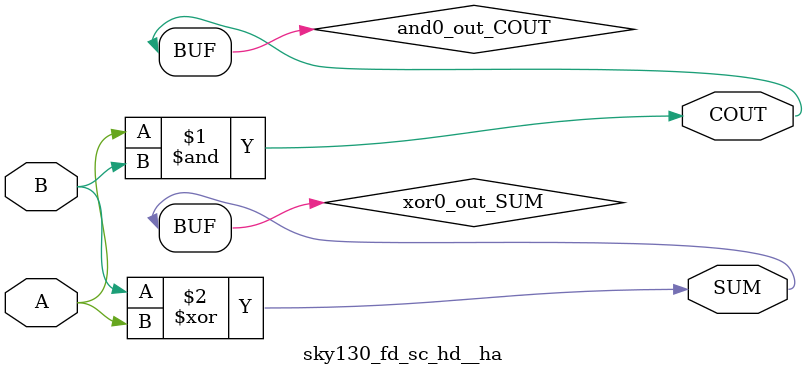
<source format=v>
/*
 * Copyright 2020 The SkyWater PDK Authors
 *
 * Licensed under the Apache License, Version 2.0 (the "License");
 * you may not use this file except in compliance with the License.
 * You may obtain a copy of the License at
 *
 *     https://www.apache.org/licenses/LICENSE-2.0
 *
 * Unless required by applicable law or agreed to in writing, software
 * distributed under the License is distributed on an "AS IS" BASIS,
 * WITHOUT WARRANTIES OR CONDITIONS OF ANY KIND, either express or implied.
 * See the License for the specific language governing permissions and
 * limitations under the License.
 *
 * SPDX-License-Identifier: Apache-2.0
*/


`ifndef SKY130_FD_SC_HD__HA_FUNCTIONAL_V
`define SKY130_FD_SC_HD__HA_FUNCTIONAL_V

/**
 * ha: Half adder.
 *
 * Verilog simulation functional model.
 */

`timescale 1ns / 1ps
`default_nettype none

`celldefine
module sky130_fd_sc_hd__ha (
    COUT,
    SUM ,
    A   ,
    B
);

    // Module ports
    output COUT;
    output SUM ;
    input  A   ;
    input  B   ;

    // Local signals
    wire and0_out_COUT;
    wire xor0_out_SUM ;

    //  Name  Output         Other arguments
    and and0 (and0_out_COUT, A, B           );
    buf buf0 (COUT         , and0_out_COUT  );
    xor xor0 (xor0_out_SUM , B, A           );
    buf buf1 (SUM          , xor0_out_SUM   );

endmodule
`endcelldefine

`default_nettype wire
`endif  // SKY130_FD_SC_HD__HA_FUNCTIONAL_V

</source>
